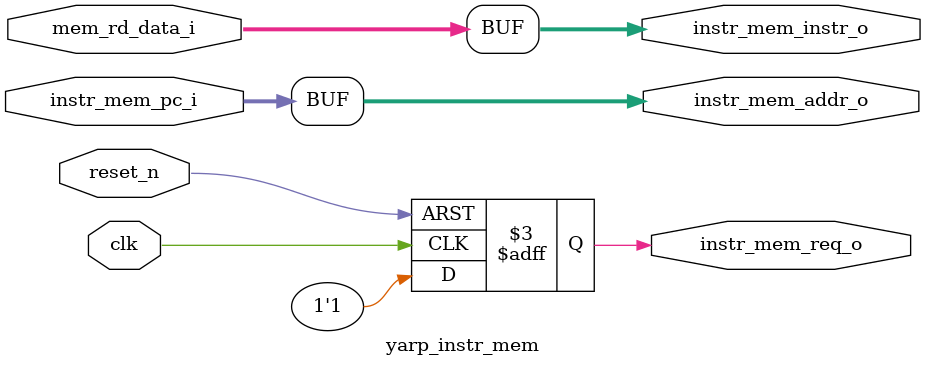
<source format=sv>
module yarp_instr_mem (
  input    logic          clk,
  input    logic          reset_n,

  input    logic [31:0]   instr_mem_pc_i,

  // Output read request to memory
  output   logic          instr_mem_req_o,
  output   logic [31:0]   instr_mem_addr_o,

  // Read data from memory
  input    logic [31:0]   mem_rd_data_i,

  // Instruction output
  output   logic [31:0]   instr_mem_instr_o
);

  always_ff @(posedge clk or negedge reset_n) begin
    if (~reset_n) instr_mem_req_o <= 1'b0;
    else       		instr_mem_req_o <= 1'b1;
  end
    
  assign instr_mem_addr_o = instr_mem_pc_i;
  assign instr_mem_instr_o = mem_rd_data_i;
  
endmodule


</source>
